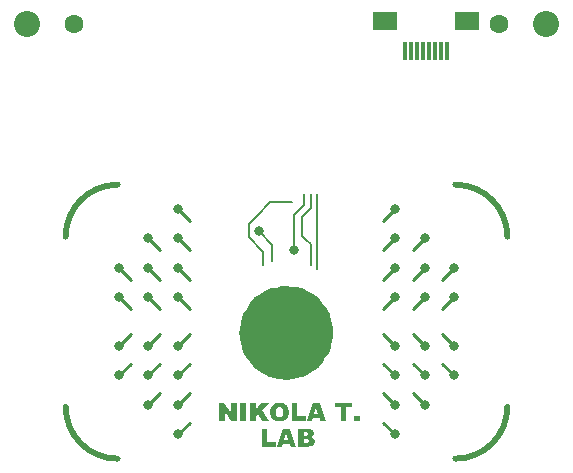
<source format=gts>
G04*
G04 #@! TF.GenerationSoftware,Altium Limited,Altium Designer,20.0.13 (296)*
G04*
G04 Layer_Color=3999577*
%FSLAX44Y44*%
%MOMM*%
G71*
G01*
G75*
%ADD13C,0.8000*%
%ADD15C,4.0000*%
%ADD16C,0.5100*%
%ADD17C,0.2000*%
%ADD18C,0.2500*%
%ADD19R,2.1016X1.6016*%
%ADD20R,0.4016X1.6016*%
%ADD21C,2.2016*%
%ADD22C,1.6016*%
G36*
X18994Y-313564D02*
X19189D01*
X19383Y-313592D01*
X19883Y-313675D01*
X20438Y-313814D01*
X20993Y-314008D01*
X21521Y-314286D01*
X22020Y-314647D01*
X22048D01*
X22076Y-314702D01*
X22215Y-314841D01*
X22409Y-315063D01*
X22631Y-315396D01*
X22826Y-315785D01*
X23020Y-316229D01*
X23159Y-316757D01*
X23214Y-317034D01*
Y-317340D01*
Y-317367D01*
Y-317395D01*
Y-317562D01*
X23159Y-317812D01*
X23103Y-318117D01*
X22992Y-318478D01*
X22853Y-318867D01*
X22631Y-319255D01*
X22353Y-319644D01*
X22326Y-319672D01*
X22243Y-319755D01*
X22131Y-319866D01*
X21937Y-320005D01*
X21715Y-320171D01*
X21437Y-320338D01*
X21104Y-320505D01*
X20716Y-320671D01*
X20743D01*
X20799Y-320699D01*
X20882D01*
X20993Y-320755D01*
X21271Y-320838D01*
X21632Y-320976D01*
X22020Y-321171D01*
X22437Y-321421D01*
X22798Y-321698D01*
X23131Y-322032D01*
X23159Y-322087D01*
X23242Y-322198D01*
X23381Y-322420D01*
X23519Y-322698D01*
X23658Y-323031D01*
X23797Y-323447D01*
X23880Y-323919D01*
X23908Y-324447D01*
Y-324502D01*
Y-324641D01*
X23880Y-324863D01*
X23853Y-325141D01*
X23769Y-325474D01*
X23686Y-325835D01*
X23547Y-326196D01*
X23353Y-326557D01*
X23325Y-326585D01*
X23242Y-326723D01*
X23131Y-326890D01*
X22964Y-327084D01*
X22742Y-327334D01*
X22465Y-327584D01*
X22159Y-327834D01*
X21826Y-328056D01*
X21798D01*
X21715Y-328111D01*
X21576Y-328167D01*
X21382Y-328250D01*
X21132Y-328334D01*
X20827Y-328417D01*
X20466Y-328472D01*
X20049Y-328556D01*
X19994D01*
X19911Y-328583D01*
X19799D01*
X19522Y-328611D01*
X19189Y-328639D01*
X18828Y-328694D01*
X18495Y-328722D01*
X18189Y-328750D01*
X9833D01*
Y-313536D01*
X18856D01*
X18994Y-313564D01*
D02*
G37*
G36*
X8334Y-328750D02*
X3392D01*
X2642Y-326251D01*
X-2688D01*
X-3438Y-328750D01*
X-8240D01*
X-2549Y-313536D01*
X2615D01*
X8334Y-328750D01*
D02*
G37*
G36*
X-16208Y-325002D02*
X-8851D01*
Y-328750D01*
X-20900D01*
Y-313536D01*
X-16208D01*
Y-325002D01*
D02*
G37*
G36*
X-20615Y-297533D02*
X-14785Y-307000D01*
X-20587D01*
X-23807Y-300781D01*
X-26223Y-303308D01*
Y-307000D01*
X-30914D01*
Y-291786D01*
X-26223D01*
Y-297561D01*
X-21309Y-291786D01*
X-15035D01*
X-20615Y-297533D01*
D02*
G37*
G36*
X-42325Y-307000D02*
X-46767D01*
X-52486Y-298616D01*
Y-307000D01*
X-56900D01*
Y-291786D01*
X-52541D01*
X-46767Y-300226D01*
Y-291786D01*
X-42325D01*
Y-307000D01*
D02*
G37*
G36*
X61894Y-307000D02*
X57369D01*
Y-302752D01*
X61894D01*
Y-307000D01*
D02*
G37*
G36*
X55509Y-295534D02*
X50706D01*
Y-307000D01*
X46014D01*
Y-295534D01*
X41212D01*
Y-291786D01*
X55509D01*
Y-295534D01*
D02*
G37*
G36*
X33716Y-307000D02*
X28774D01*
X28025Y-304501D01*
X22694D01*
X21945Y-307000D01*
X17142D01*
X22833Y-291786D01*
X27997D01*
X33716Y-307000D01*
D02*
G37*
G36*
X9174Y-303252D02*
X16531Y-303252D01*
Y-307000D01*
X4482Y-307000D01*
Y-291786D01*
X9174D01*
Y-303252D01*
D02*
G37*
G36*
X-34302Y-307000D02*
X-39021D01*
Y-291786D01*
X-34302D01*
Y-307000D01*
D02*
G37*
G36*
X-5346Y-291564D02*
X-5012Y-291592D01*
X-4651Y-291648D01*
X-4235Y-291703D01*
X-3819Y-291786D01*
X-3347Y-291898D01*
X-2875Y-292036D01*
X-2375Y-292203D01*
X-1903Y-292397D01*
X-1431Y-292647D01*
X-959Y-292925D01*
X-543Y-293230D01*
X-126Y-293591D01*
X-99Y-293619D01*
X-43Y-293674D01*
X68Y-293813D01*
X207Y-293952D01*
X346Y-294174D01*
X540Y-294424D01*
X734Y-294729D01*
X929Y-295062D01*
X1123Y-295451D01*
X1290Y-295868D01*
X1484Y-296339D01*
X1623Y-296839D01*
X1762Y-297394D01*
X1873Y-297977D01*
X1928Y-298616D01*
X1956Y-299282D01*
Y-299310D01*
Y-299393D01*
Y-299532D01*
Y-299727D01*
X1928Y-299949D01*
X1900Y-300226D01*
X1873Y-300504D01*
X1845Y-300837D01*
X1734Y-301531D01*
X1567Y-302253D01*
X1345Y-302975D01*
X1040Y-303669D01*
Y-303696D01*
X1012Y-303752D01*
X957Y-303835D01*
X873Y-303946D01*
X679Y-304252D01*
X373Y-304640D01*
X12Y-305057D01*
X-432Y-305501D01*
X-931Y-305917D01*
X-1542Y-306306D01*
X-1570D01*
X-1625Y-306334D01*
X-1709Y-306389D01*
X-1848Y-306445D01*
X-2014Y-306528D01*
X-2208Y-306611D01*
X-2430Y-306695D01*
X-2708Y-306778D01*
X-3013Y-306861D01*
X-3319Y-306945D01*
X-4041Y-307111D01*
X-4874Y-307222D01*
X-5790Y-307250D01*
X-6206D01*
X-6428Y-307222D01*
X-6678Y-307194D01*
X-6956D01*
X-7289Y-307139D01*
X-7955Y-307056D01*
X-8649Y-306917D01*
X-9371Y-306723D01*
X-10037Y-306445D01*
X-10065D01*
X-10121Y-306417D01*
X-10204Y-306362D01*
X-10315Y-306278D01*
X-10620Y-306084D01*
X-11009Y-305806D01*
X-11453Y-305473D01*
X-11897Y-305001D01*
X-12369Y-304474D01*
X-12786Y-303863D01*
Y-303835D01*
X-12841Y-303780D01*
X-12869Y-303669D01*
X-12952Y-303530D01*
X-13036Y-303363D01*
X-13119Y-303169D01*
X-13202Y-302919D01*
X-13285Y-302642D01*
X-13397Y-302336D01*
X-13480Y-302003D01*
X-13563Y-301642D01*
X-13647Y-301226D01*
X-13757Y-300365D01*
X-13813Y-299421D01*
Y-299366D01*
Y-299254D01*
X-13785Y-299060D01*
Y-298810D01*
X-13757Y-298505D01*
X-13702Y-298144D01*
X-13647Y-297728D01*
X-13563Y-297311D01*
X-13452Y-296839D01*
X-13313Y-296367D01*
X-13147Y-295895D01*
X-12952Y-295396D01*
X-12702Y-294924D01*
X-12425Y-294452D01*
X-12119Y-294035D01*
X-11759Y-293619D01*
X-11731Y-293591D01*
X-11648Y-293535D01*
X-11537Y-293424D01*
X-11370Y-293286D01*
X-11148Y-293147D01*
X-10898Y-292952D01*
X-10593Y-292758D01*
X-10259Y-292564D01*
X-9871Y-292369D01*
X-9427Y-292203D01*
X-8955Y-292009D01*
X-8427Y-291870D01*
X-7872Y-291731D01*
X-7261Y-291620D01*
X-6623Y-291564D01*
X-5956Y-291537D01*
X-5595D01*
X-5346Y-291564D01*
D02*
G37*
%LPC*%
G36*
X16662Y-316618D02*
X14580D01*
Y-319505D01*
X16801D01*
X16995Y-319477D01*
X17245Y-319450D01*
X17745Y-319339D01*
X17967Y-319255D01*
X18161Y-319144D01*
X18189Y-319116D01*
X18245Y-319061D01*
X18300Y-318978D01*
X18384Y-318867D01*
X18467Y-318700D01*
X18550Y-318506D01*
X18578Y-318284D01*
X18606Y-318034D01*
Y-318006D01*
Y-317923D01*
X18578Y-317812D01*
X18550Y-317645D01*
X18495Y-317479D01*
X18411Y-317312D01*
X18300Y-317145D01*
X18161Y-317007D01*
X18134Y-316979D01*
X18078Y-316951D01*
X17967Y-316896D01*
X17801Y-316812D01*
X17606Y-316729D01*
X17356Y-316673D01*
X17023Y-316646D01*
X16662Y-316618D01*
D02*
G37*
G36*
X16940Y-322392D02*
X14580D01*
Y-325474D01*
X17162D01*
X17384Y-325446D01*
X17634Y-325419D01*
X17939Y-325363D01*
X18217Y-325308D01*
X18467Y-325196D01*
X18689Y-325058D01*
X18717Y-325030D01*
X18772Y-324974D01*
X18856Y-324891D01*
X18939Y-324752D01*
X19022Y-324586D01*
X19105Y-324364D01*
X19161Y-324141D01*
X19189Y-323892D01*
Y-323864D01*
Y-323781D01*
X19161Y-323670D01*
X19133Y-323503D01*
X19078Y-323336D01*
X18966Y-323142D01*
X18856Y-322975D01*
X18689Y-322809D01*
X18661Y-322781D01*
X18606Y-322753D01*
X18467Y-322670D01*
X18273Y-322587D01*
X18050Y-322531D01*
X17745Y-322448D01*
X17384Y-322420D01*
X16940Y-322392D01*
D02*
G37*
G36*
X-23Y-317506D02*
X-1689Y-322948D01*
X1643D01*
X-23Y-317506D01*
D02*
G37*
G36*
X25359Y-295756D02*
X23694Y-301198D01*
X27025D01*
X25359Y-295756D01*
D02*
G37*
G36*
X-5984Y-295090D02*
X-6040D01*
X-6206Y-295118D01*
X-6484Y-295146D01*
X-6789Y-295229D01*
X-7150Y-295340D01*
X-7539Y-295534D01*
X-7927Y-295784D01*
X-8261Y-296117D01*
X-8288Y-296173D01*
X-8399Y-296312D01*
X-8538Y-296562D01*
X-8677Y-296895D01*
X-8760Y-297117D01*
X-8844Y-297367D01*
X-8927Y-297644D01*
X-8982Y-297922D01*
X-9038Y-298255D01*
X-9093Y-298616D01*
X-9121Y-299005D01*
Y-299421D01*
Y-299449D01*
Y-299532D01*
Y-299643D01*
X-9093Y-299782D01*
Y-299976D01*
X-9066Y-300198D01*
X-9010Y-300698D01*
X-8927Y-301226D01*
X-8760Y-301781D01*
X-8566Y-302308D01*
X-8427Y-302530D01*
X-8288Y-302725D01*
X-8261Y-302780D01*
X-8122Y-302891D01*
X-7927Y-303030D01*
X-7678Y-303225D01*
X-7344Y-303419D01*
X-6928Y-303558D01*
X-6456Y-303669D01*
X-5929Y-303724D01*
X-5790D01*
X-5679Y-303696D01*
X-5401Y-303669D01*
X-5068Y-303613D01*
X-4707Y-303474D01*
X-4318Y-303308D01*
X-3930Y-303086D01*
X-3596Y-302752D01*
X-3569Y-302697D01*
X-3458Y-302558D01*
X-3402Y-302447D01*
X-3319Y-302308D01*
X-3236Y-302142D01*
X-3152Y-301947D01*
X-3097Y-301725D01*
X-3013Y-301476D01*
X-2930Y-301170D01*
X-2875Y-300865D01*
X-2819Y-300504D01*
X-2764Y-300115D01*
X-2736Y-299699D01*
Y-299227D01*
Y-299199D01*
Y-299143D01*
Y-299032D01*
Y-298866D01*
X-2764Y-298699D01*
X-2791Y-298505D01*
X-2847Y-298033D01*
X-2958Y-297533D01*
X-3097Y-297006D01*
X-3319Y-296506D01*
X-3624Y-296090D01*
X-3652Y-296034D01*
X-3791Y-295923D01*
X-3985Y-295784D01*
X-4235Y-295590D01*
X-4568Y-295396D01*
X-4985Y-295257D01*
X-5457Y-295146D01*
X-5984Y-295090D01*
D02*
G37*
%LPD*%
D13*
X6400Y-162600D02*
D03*
X-23600Y-146600D02*
D03*
X-142000Y-243500D02*
D03*
Y-268500D02*
D03*
X-117000Y-293500D02*
D03*
Y-268500D02*
D03*
Y-243500D02*
D03*
X-92000Y-268500D02*
D03*
Y-243500D02*
D03*
Y-293500D02*
D03*
Y-318500D02*
D03*
Y-127500D02*
D03*
Y-152500D02*
D03*
Y-202500D02*
D03*
Y-177500D02*
D03*
X-117000Y-202500D02*
D03*
Y-177500D02*
D03*
Y-152500D02*
D03*
X-142000Y-177500D02*
D03*
Y-202500D02*
D03*
X142000D02*
D03*
Y-177500D02*
D03*
X117000Y-152500D02*
D03*
Y-177500D02*
D03*
Y-202500D02*
D03*
X92000Y-177500D02*
D03*
Y-202500D02*
D03*
Y-152500D02*
D03*
Y-127500D02*
D03*
Y-318500D02*
D03*
Y-293500D02*
D03*
Y-243500D02*
D03*
Y-268500D02*
D03*
X117000Y-243500D02*
D03*
Y-268500D02*
D03*
Y-293500D02*
D03*
X142000Y-268500D02*
D03*
Y-243500D02*
D03*
D15*
X19850Y-232400D02*
G03*
X19850Y-232400I-20000J0D01*
G01*
D16*
X-187000Y-295000D02*
G03*
X-143000Y-339000I44000J0D01*
G01*
X143000D02*
G03*
X187000Y-295000I0J44000D01*
G01*
Y-151000D02*
G03*
X143000Y-107000I-44000J0D01*
G01*
X-143000D02*
G03*
X-187000Y-151000I0J-44000D01*
G01*
D17*
X-20100Y-175100D02*
Y-163600D01*
X-13600Y-121600D02*
X4900D01*
X6400Y-162600D02*
Y-132600D01*
X-23600Y-146600D02*
X-12100Y-158100D01*
X6400Y-132600D02*
X7900Y-131100D01*
X14900Y-124100D01*
X-25100Y-133100D02*
X-13600Y-121600D01*
X20400Y-127100D02*
Y-115100D01*
X14900Y-124100D02*
Y-115100D01*
X13400Y-150100D02*
Y-134100D01*
X-12100Y-171600D02*
Y-158100D01*
X-32100Y-140100D02*
X-25100Y-133100D01*
X-32100Y-151600D02*
X-20100Y-163600D01*
X13400Y-134100D02*
X20400Y-127100D01*
X13400Y-150100D02*
X16900Y-153600D01*
X-32100Y-151600D02*
Y-140100D01*
X25900Y-178600D02*
Y-115100D01*
X20900Y-174600D02*
Y-157600D01*
X16900Y-153600D02*
X20900Y-157600D01*
D18*
X-92000Y-318500D02*
X-82050Y-308550D01*
X-92000Y-268500D02*
X-82050Y-258550D01*
X-92000Y-293500D02*
X-82050Y-283550D01*
X-117000Y-293500D02*
X-107050Y-283550D01*
X-142000Y-268500D02*
X-132050Y-258550D01*
X-117000Y-268500D02*
X-107050Y-258550D01*
X-117000Y-243500D02*
X-107050Y-233550D01*
X-142000Y-243500D02*
X-132050Y-233550D01*
X-92000Y-243500D02*
X-82050Y-233550D01*
X-92000Y-202500D02*
X-82050Y-212450D01*
X-142000Y-202500D02*
X-132050Y-212450D01*
X-117000Y-202500D02*
X-107050Y-212450D01*
X-117000Y-177500D02*
X-107050Y-187450D01*
X-142000Y-177500D02*
X-132050Y-187450D01*
X-117000Y-152500D02*
X-107050Y-162450D01*
X-92000Y-152500D02*
X-82050Y-162450D01*
X-92000Y-177500D02*
X-82050Y-187450D01*
X-92000Y-127500D02*
X-82050Y-137450D01*
X82050D02*
X92000Y-127500D01*
X82050Y-187450D02*
X92000Y-177500D01*
X82050Y-162450D02*
X92000Y-152500D01*
X107050Y-162450D02*
X117000Y-152500D01*
X132050Y-187450D02*
X142000Y-177500D01*
X107050Y-187450D02*
X117000Y-177500D01*
X107050Y-212450D02*
X117000Y-202500D01*
X132050Y-212450D02*
X142000Y-202500D01*
X82050Y-212450D02*
X92000Y-202500D01*
X82050Y-233550D02*
X92000Y-243500D01*
X132050Y-233550D02*
X142000Y-243500D01*
X107050Y-233550D02*
X117000Y-243500D01*
X107050Y-258550D02*
X117000Y-268500D01*
X132050Y-258550D02*
X142000Y-268500D01*
X107050Y-283550D02*
X117000Y-293500D01*
X82050Y-283550D02*
X92000Y-293500D01*
X82050Y-258550D02*
X92000Y-268500D01*
X82050Y-308550D02*
X92000Y-318500D01*
D19*
X152500Y32000D02*
D03*
X83500Y32000D02*
D03*
D20*
X135500Y6000D02*
D03*
X130500D02*
D03*
X125500D02*
D03*
X120500D02*
D03*
X110500D02*
D03*
X115500D02*
D03*
X100500D02*
D03*
X105500D02*
D03*
D21*
X220000Y29203D02*
D03*
X-220000D02*
D03*
D22*
X180000D02*
D03*
X-180000D02*
D03*
M02*

</source>
